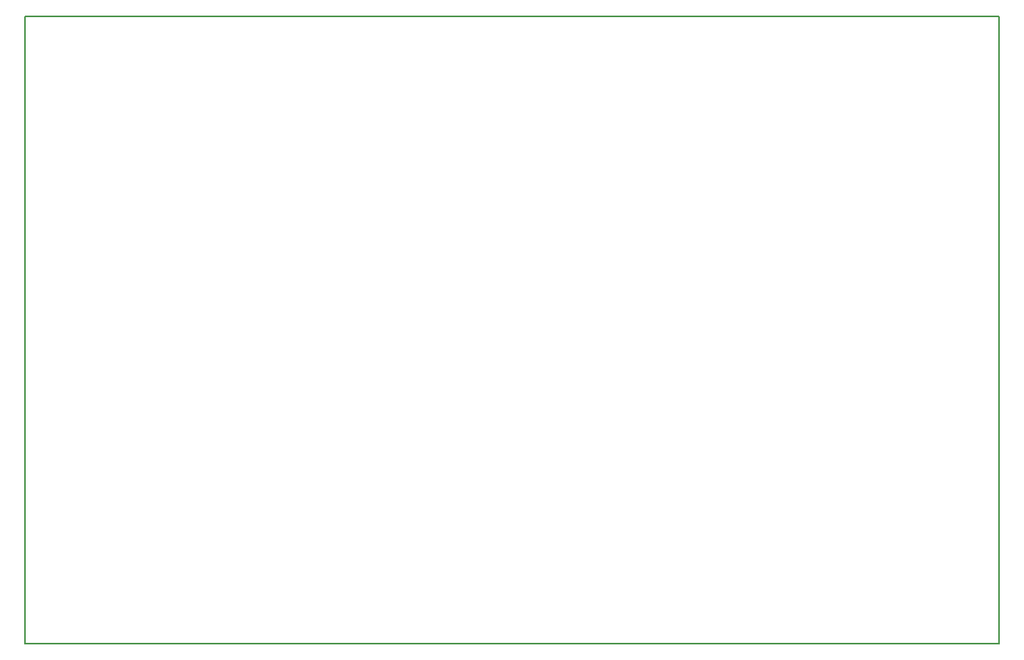
<source format=gbr>
G04 #@! TF.GenerationSoftware,KiCad,Pcbnew,(5.1.2)-2*
G04 #@! TF.CreationDate,2019-07-02T12:48:51+07:00*
G04 #@! TF.ProjectId,weather,77656174-6865-4722-9e6b-696361645f70,rev?*
G04 #@! TF.SameCoordinates,Original*
G04 #@! TF.FileFunction,Profile,NP*
%FSLAX46Y46*%
G04 Gerber Fmt 4.6, Leading zero omitted, Abs format (unit mm)*
G04 Created by KiCad (PCBNEW (5.1.2)-2) date 2019-07-02 12:48:51*
%MOMM*%
%LPD*%
G04 APERTURE LIST*
%ADD10C,0.150000*%
G04 APERTURE END LIST*
D10*
X64516000Y-123952000D02*
X64516000Y-55880000D01*
X170180000Y-123952000D02*
X64516000Y-123952000D01*
X170180000Y-55880000D02*
X170180000Y-123952000D01*
X64516000Y-55880000D02*
X170180000Y-55880000D01*
M02*

</source>
